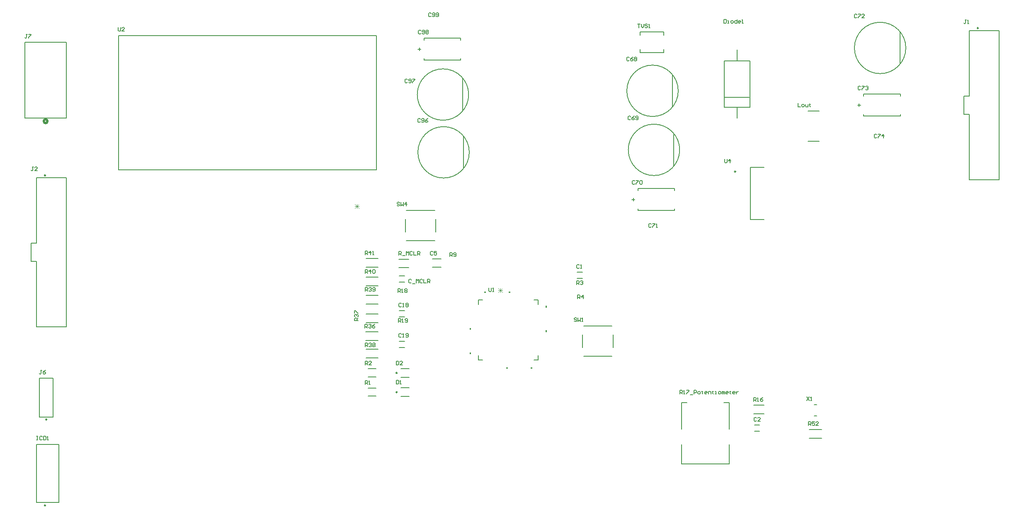
<source format=gto>
G04*
G04 #@! TF.GenerationSoftware,Altium Limited,Altium Designer,24.8.2 (39)*
G04*
G04 Layer_Color=65535*
%FSLAX44Y44*%
%MOMM*%
G71*
G04*
G04 #@! TF.SameCoordinates,4885581F-0604-4F09-9491-639391A0AD0E*
G04*
G04*
G04 #@! TF.FilePolarity,Positive*
G04*
G01*
G75*
%ADD10C,0.5080*%
%ADD11C,0.2500*%
%ADD12C,0.1500*%
%ADD13C,0.1524*%
%ADD14C,0.2000*%
%ADD15C,0.0762*%
%ADD16C,0.1778*%
G36*
X981837Y1172335D02*
X979297D01*
Y1168525D01*
X981837D01*
Y1172335D01*
D02*
G37*
G36*
X1057315Y1141857D02*
X1053505D01*
Y1139317D01*
X1057315D01*
Y1141857D01*
D02*
G37*
G36*
X981837Y1222335D02*
X979297D01*
Y1218525D01*
X981837D01*
Y1222335D01*
D02*
G37*
G36*
X1012315Y1294003D02*
X1008505D01*
Y1296543D01*
X1012315D01*
Y1294003D01*
D02*
G37*
G36*
X1107315Y1141857D02*
X1103505D01*
Y1139317D01*
X1107315D01*
Y1141857D01*
D02*
G37*
G36*
X1133983Y1217335D02*
X1136523D01*
Y1213525D01*
X1133983D01*
Y1217335D01*
D02*
G37*
G36*
X1062315Y1294003D02*
X1058505D01*
Y1296543D01*
X1062315D01*
Y1294003D01*
D02*
G37*
G36*
X1133983Y1267335D02*
X1136523D01*
Y1263525D01*
X1133983D01*
Y1267335D01*
D02*
G37*
D10*
X116840Y1644650D02*
G03*
X116840Y1644650I-3810J0D01*
G01*
D11*
X113010Y1534080D02*
G03*
X113010Y1534080I-1250J0D01*
G01*
Y859380D02*
G03*
X113010Y859380I-1250J0D01*
G01*
X115550Y1035000D02*
G03*
X115550Y1035000I-1250J0D01*
G01*
X1522350Y1541830D02*
G03*
X1522350Y1541830I-1250J0D01*
G01*
X2018010Y1835070D02*
G03*
X2018010Y1835070I-1250J0D01*
G01*
X831090Y1090930D02*
G03*
X831090Y1090930I-1250J0D01*
G01*
Y1130300D02*
G03*
X831090Y1130300I-1250J0D01*
G01*
D12*
X977060Y1699260D02*
G03*
X977060Y1699260I-52500J0D01*
G01*
X978330Y1581150D02*
G03*
X978330Y1581150I-52500J0D01*
G01*
X1869870Y1794510D02*
G03*
X1869870Y1794510I-52500J0D01*
G01*
X1407990Y1586230D02*
G03*
X1407990Y1586230I-52500J0D01*
G01*
X1405050Y1706880D02*
G03*
X1405050Y1706880I-52500J0D01*
G01*
D13*
X1119124Y1270154D02*
Y1279144D01*
X1110134Y1156716D02*
X1119124D01*
X996696D02*
Y1165706D01*
Y1270154D02*
Y1279144D01*
X1110134D02*
X1119124D01*
Y1156716D02*
Y1165706D01*
X996696Y1156716D02*
X1005686D01*
X996696Y1279144D02*
X1005686D01*
X788450Y1545340D02*
Y1819880D01*
X261910Y1545340D02*
X788450D01*
X261910D02*
Y1819880D01*
X788450D01*
X70739Y1651000D02*
X155321D01*
X70739D02*
Y1805940D01*
X155321D01*
Y1651000D02*
Y1805940D01*
X1375537Y1820316D02*
Y1827022D01*
Y1784858D02*
Y1791564D01*
X1327023Y1784858D02*
X1375537D01*
X1327023Y1820316D02*
Y1827022D01*
X1375537D01*
X1327023Y1784858D02*
Y1791564D01*
X1682402Y1065403D02*
X1688177D01*
X1682402Y1042797D02*
X1688177D01*
D14*
X155460Y1224280D02*
Y1529080D01*
X94460D02*
X155460D01*
X94460Y1395180D02*
Y1529080D01*
Y1224280D02*
Y1358180D01*
X83460D02*
Y1395180D01*
Y1358180D02*
X94460D01*
X83460Y1395180D02*
X94460D01*
Y1224280D02*
X155460D01*
X767249Y1233029D02*
X792311D01*
X767249Y1251091D02*
X792311D01*
X767249Y1160639D02*
X792311D01*
X767249Y1178701D02*
X792311D01*
X964810Y1667260D02*
Y1731260D01*
X835680Y1315820D02*
X846180D01*
X835680Y1328320D02*
X846180D01*
X767249Y1346059D02*
X792311D01*
X767249Y1364121D02*
X792311D01*
X767249Y1307959D02*
X792311D01*
X767249Y1326021D02*
X792311D01*
X767249Y1271129D02*
X792311D01*
X767249Y1289191D02*
X792311D01*
X766885Y1196199D02*
X791948D01*
X766885Y1214261D02*
X791948D01*
X94760Y865380D02*
X139760D01*
Y984380D01*
X94760D02*
X139760D01*
X94760Y865380D02*
Y984380D01*
X100600Y1039900D02*
X128000D01*
Y1119100D01*
X100600D02*
X128000D01*
X100600Y1039900D02*
Y1119100D01*
X834490Y1345320D02*
X854610D01*
X834490Y1362320D02*
X854610D01*
X966080Y1549150D02*
Y1613150D01*
X873540Y1791970D02*
X879540D01*
X876540Y1788970D02*
Y1794970D01*
X960790Y1769470D02*
Y1773220D01*
Y1810720D02*
Y1814470D01*
X885790D02*
X960790D01*
X885790Y1769470D02*
Y1773220D01*
Y1810720D02*
Y1814470D01*
Y1769470D02*
X960790D01*
X1500270Y1693850D02*
X1550270D01*
X1525270Y1768350D02*
Y1790850D01*
Y1650850D02*
Y1673350D01*
X1498770D02*
X1551770D01*
Y1768350D01*
X1498770D02*
X1551770D01*
X1498770Y1673350D02*
Y1768350D01*
X1857620Y1762510D02*
Y1826510D01*
X1669730Y1603490D02*
X1693230D01*
X1669730Y1665490D02*
X1693230D01*
X1552100Y1443830D02*
X1580600D01*
X1552100D02*
Y1550830D01*
X1580600D01*
X1771430Y1677670D02*
X1777430D01*
X1774430Y1674670D02*
Y1680670D01*
X1858680Y1655170D02*
Y1658920D01*
Y1696420D02*
Y1700170D01*
X1783680D02*
X1858680D01*
X1783680Y1655170D02*
Y1658920D01*
Y1696420D02*
Y1700170D01*
Y1655170D02*
X1858680D01*
X1310420Y1484630D02*
X1316420D01*
X1313420Y1481630D02*
Y1487630D01*
X1397670Y1462130D02*
Y1465880D01*
Y1503380D02*
Y1507130D01*
X1322670D02*
X1397670D01*
X1322670Y1462130D02*
Y1465880D01*
Y1503380D02*
Y1507130D01*
Y1462130D02*
X1397670D01*
X1395740Y1554230D02*
Y1618230D01*
X1392800Y1674880D02*
Y1738880D01*
X1999460Y1525270D02*
X2060460D01*
X1988460Y1696170D02*
X1999460D01*
X1988460Y1659170D02*
X1999460D01*
X1988460D02*
Y1696170D01*
X1999460Y1525270D02*
Y1659170D01*
Y1696170D02*
Y1830070D01*
X2060460D01*
Y1525270D02*
Y1830070D01*
X835490Y1182470D02*
X845990D01*
X835490Y1194970D02*
X845990D01*
X838590Y1082180D02*
X855590D01*
X838590Y1099680D02*
X855590D01*
X772030Y1082680D02*
X787530D01*
X772030Y1099180D02*
X787530D01*
X835680Y1244700D02*
X846180D01*
X835680Y1257200D02*
X846180D01*
X838590Y1121550D02*
X855590D01*
X838590Y1139050D02*
X855590D01*
X772030Y1122050D02*
X787530D01*
X772030Y1138550D02*
X787530D01*
X1559189Y1064370D02*
X1580251D01*
X1559189Y1046370D02*
X1580251D01*
X1509500Y1014990D02*
Y1069490D01*
X1498000D02*
X1509500D01*
X1411500Y944490D02*
Y983990D01*
Y944490D02*
X1509500D01*
Y983990D01*
X1509350Y944490D02*
X1509500Y944640D01*
X1411500Y1014990D02*
Y1069490D01*
X1423000D01*
X1560660Y1011020D02*
X1571160D01*
X1560660Y1023520D02*
X1571160D01*
X1672759Y1014871D02*
X1697821D01*
X1672759Y996809D02*
X1697821D01*
X1198710Y1335940D02*
X1209210D01*
X1198710Y1323440D02*
X1209210D01*
X1271790Y1182070D02*
Y1208070D01*
X1211790Y1164070D02*
X1269790D01*
X1209790Y1182070D02*
Y1208070D01*
X1211790Y1226070D02*
X1269790D01*
X909840Y1418290D02*
Y1444290D01*
X849840Y1400290D02*
X907840D01*
X847840Y1418290D02*
Y1444290D01*
X849840Y1462290D02*
X907840D01*
X903360Y1346590D02*
X920360D01*
X903360Y1363590D02*
X920360D01*
D15*
X1037590Y1303440D02*
X1046054Y1294976D01*
X1037590D02*
X1046054Y1303440D01*
X1037590Y1299208D02*
X1046054D01*
X1041822Y1294976D02*
Y1303440D01*
X753530Y1466430D02*
X745066Y1474894D01*
X753530D02*
X745066Y1466430D01*
X753530Y1470662D02*
X745066D01*
X749298Y1474894D02*
Y1466430D01*
D16*
X1667764Y1081021D02*
X1672842Y1073404D01*
Y1081021D02*
X1667764Y1073404D01*
X1675381D02*
X1677921D01*
X1676651D01*
Y1081021D01*
X1675381Y1079752D01*
X1499616Y1567686D02*
Y1561338D01*
X1500886Y1560068D01*
X1503425D01*
X1504694Y1561338D01*
Y1567686D01*
X1511042Y1560068D02*
Y1567686D01*
X1507233Y1563877D01*
X1512312D01*
X261620Y1836418D02*
Y1830070D01*
X262890Y1828800D01*
X265429D01*
X266698Y1830070D01*
Y1836418D01*
X274316Y1828800D02*
X269237D01*
X274316Y1833878D01*
Y1835148D01*
X273046Y1836418D01*
X270507D01*
X269237Y1835148D01*
X1018542Y1304289D02*
Y1297941D01*
X1019811Y1296671D01*
X1022350D01*
X1023620Y1297941D01*
Y1304289D01*
X1026159Y1296671D02*
X1028698D01*
X1027429D01*
Y1304289D01*
X1026159Y1303019D01*
X1321816Y1843530D02*
X1326894D01*
X1324355D01*
Y1835912D01*
X1329433Y1843530D02*
Y1838451D01*
X1331973Y1835912D01*
X1334512Y1838451D01*
Y1843530D01*
X1342129Y1842260D02*
X1340860Y1843530D01*
X1338321D01*
X1337051Y1842260D01*
Y1840990D01*
X1338321Y1839721D01*
X1340860D01*
X1342129Y1838451D01*
Y1837182D01*
X1340860Y1835912D01*
X1338321D01*
X1337051Y1837182D01*
X1344669Y1835912D02*
X1347208D01*
X1345938D01*
Y1843530D01*
X1344669Y1842260D01*
X835912Y1477770D02*
X834643Y1479039D01*
X832104D01*
X830834Y1477770D01*
Y1476500D01*
X832104Y1475231D01*
X834643D01*
X835912Y1473961D01*
Y1472692D01*
X834643Y1471422D01*
X832104D01*
X830834Y1472692D01*
X838452Y1479039D02*
Y1471422D01*
X840991Y1473961D01*
X843530Y1471422D01*
Y1479039D01*
X849878Y1471422D02*
Y1479039D01*
X846069Y1475231D01*
X851147D01*
X1197862Y1241550D02*
X1196593Y1242820D01*
X1194054D01*
X1192784Y1241550D01*
Y1240280D01*
X1194054Y1239011D01*
X1196593D01*
X1197862Y1237741D01*
Y1236472D01*
X1196593Y1235202D01*
X1194054D01*
X1192784Y1236472D01*
X1200402Y1242820D02*
Y1235202D01*
X1202941Y1237741D01*
X1205480Y1235202D01*
Y1242820D01*
X1208019Y1235202D02*
X1210558D01*
X1209289D01*
Y1242820D01*
X1208019Y1241550D01*
X834390Y1371346D02*
Y1378963D01*
X838199D01*
X839468Y1377694D01*
Y1375155D01*
X838199Y1373885D01*
X834390D01*
X836929D02*
X839468Y1371346D01*
X842008Y1370076D02*
X847086D01*
X849625Y1371346D02*
Y1378963D01*
X852164Y1376424D01*
X854703Y1378963D01*
Y1371346D01*
X862321Y1377694D02*
X861051Y1378963D01*
X858512D01*
X857243Y1377694D01*
Y1372616D01*
X858512Y1371346D01*
X861051D01*
X862321Y1372616D01*
X864860Y1378963D02*
Y1371346D01*
X869939D01*
X872478D02*
Y1378963D01*
X876286D01*
X877556Y1377694D01*
Y1375155D01*
X876286Y1373885D01*
X872478D01*
X875017D02*
X877556Y1371346D01*
X1671066Y1022604D02*
Y1030221D01*
X1674875D01*
X1676144Y1028952D01*
Y1026413D01*
X1674875Y1025143D01*
X1671066D01*
X1673605D02*
X1676144Y1022604D01*
X1683762Y1030221D02*
X1678683D01*
Y1026413D01*
X1681223Y1027682D01*
X1682492D01*
X1683762Y1026413D01*
Y1023874D01*
X1682492Y1022604D01*
X1679953D01*
X1678683Y1023874D01*
X1691379Y1022604D02*
X1686301D01*
X1691379Y1027682D01*
Y1028952D01*
X1690110Y1030221D01*
X1687571D01*
X1686301Y1028952D01*
X765556Y1371854D02*
Y1379471D01*
X769365D01*
X770634Y1378202D01*
Y1375663D01*
X769365Y1374393D01*
X765556D01*
X768095D02*
X770634Y1371854D01*
X776982D02*
Y1379471D01*
X773174Y1375663D01*
X778252D01*
X780791Y1371854D02*
X783330D01*
X782061D01*
Y1379471D01*
X780791Y1378202D01*
X765556Y1333754D02*
Y1341371D01*
X769365D01*
X770634Y1340102D01*
Y1337563D01*
X769365Y1336293D01*
X765556D01*
X768095D02*
X770634Y1333754D01*
X776982D02*
Y1341371D01*
X773174Y1337563D01*
X778252D01*
X780791Y1340102D02*
X782061Y1341371D01*
X784600D01*
X785869Y1340102D01*
Y1335024D01*
X784600Y1333754D01*
X782061D01*
X780791Y1335024D01*
Y1340102D01*
X765556Y1296924D02*
Y1304541D01*
X769365D01*
X770634Y1303272D01*
Y1300733D01*
X769365Y1299463D01*
X765556D01*
X768095D02*
X770634Y1296924D01*
X773174Y1303272D02*
X774443Y1304541D01*
X776982D01*
X778252Y1303272D01*
Y1302002D01*
X776982Y1300733D01*
X775713D01*
X776982D01*
X778252Y1299463D01*
Y1298194D01*
X776982Y1296924D01*
X774443D01*
X773174Y1298194D01*
X780791D02*
X782061Y1296924D01*
X784600D01*
X785869Y1298194D01*
Y1303272D01*
X784600Y1304541D01*
X782061D01*
X780791Y1303272D01*
Y1302002D01*
X782061Y1300733D01*
X785869D01*
X765813Y1183641D02*
Y1191259D01*
X769622D01*
X770892Y1189989D01*
Y1187450D01*
X769622Y1186180D01*
X765813D01*
X768353D02*
X770892Y1183641D01*
X773431Y1189989D02*
X774700Y1191259D01*
X777240D01*
X778509Y1189989D01*
Y1188720D01*
X777240Y1187450D01*
X775970D01*
X777240D01*
X778509Y1186180D01*
Y1184911D01*
X777240Y1183641D01*
X774700D01*
X773431Y1184911D01*
X781048Y1189989D02*
X782318Y1191259D01*
X784857D01*
X786127Y1189989D01*
Y1188720D01*
X784857Y1187450D01*
X786127Y1186180D01*
Y1184911D01*
X784857Y1183641D01*
X782318D01*
X781048Y1184911D01*
Y1186180D01*
X782318Y1187450D01*
X781048Y1188720D01*
Y1189989D01*
X782318Y1187450D02*
X784857D01*
X751839Y1236983D02*
X744221D01*
Y1240792D01*
X745491Y1242062D01*
X748030D01*
X749300Y1240792D01*
Y1236983D01*
Y1239522D02*
X751839Y1242062D01*
X745491Y1244601D02*
X744221Y1245870D01*
Y1248410D01*
X745491Y1249679D01*
X746760D01*
X748030Y1248410D01*
Y1247140D01*
Y1248410D01*
X749300Y1249679D01*
X750569D01*
X751839Y1248410D01*
Y1245870D01*
X750569Y1244601D01*
X744221Y1252218D02*
Y1257297D01*
X745491D01*
X750569Y1252218D01*
X751839D01*
X765048Y1221994D02*
Y1229612D01*
X768857D01*
X770126Y1228342D01*
Y1225803D01*
X768857Y1224533D01*
X765048D01*
X767587D02*
X770126Y1221994D01*
X772665Y1228342D02*
X773935Y1229612D01*
X776474D01*
X777744Y1228342D01*
Y1227072D01*
X776474Y1225803D01*
X775205D01*
X776474D01*
X777744Y1224533D01*
Y1223264D01*
X776474Y1221994D01*
X773935D01*
X772665Y1223264D01*
X785361Y1229612D02*
X782822Y1228342D01*
X780283Y1225803D01*
Y1223264D01*
X781553Y1221994D01*
X784092D01*
X785361Y1223264D01*
Y1224533D01*
X784092Y1225803D01*
X780283D01*
X833374Y1233678D02*
Y1241295D01*
X837183D01*
X838452Y1240026D01*
Y1237487D01*
X837183Y1236217D01*
X833374D01*
X835913D02*
X838452Y1233678D01*
X840992D02*
X843531D01*
X842261D01*
Y1241295D01*
X840992Y1240026D01*
X847339Y1234948D02*
X848609Y1233678D01*
X851148D01*
X852418Y1234948D01*
Y1240026D01*
X851148Y1241295D01*
X848609D01*
X847339Y1240026D01*
Y1238756D01*
X848609Y1237487D01*
X852418D01*
X832612Y1294638D02*
Y1302256D01*
X836421D01*
X837690Y1300986D01*
Y1298447D01*
X836421Y1297177D01*
X832612D01*
X835151D02*
X837690Y1294638D01*
X840229D02*
X842769D01*
X841499D01*
Y1302256D01*
X840229Y1300986D01*
X846578D02*
X847847Y1302256D01*
X850386D01*
X851656Y1300986D01*
Y1299716D01*
X850386Y1298447D01*
X851656Y1297177D01*
Y1295908D01*
X850386Y1294638D01*
X847847D01*
X846578Y1295908D01*
Y1297177D01*
X847847Y1298447D01*
X846578Y1299716D01*
Y1300986D01*
X847847Y1298447D02*
X850386D01*
X1408176Y1087120D02*
Y1094737D01*
X1411985D01*
X1413254Y1093468D01*
Y1090929D01*
X1411985Y1089659D01*
X1408176D01*
X1410715D02*
X1413254Y1087120D01*
X1415793D02*
X1418333D01*
X1417063D01*
Y1094737D01*
X1415793Y1093468D01*
X1422142Y1094737D02*
X1427220D01*
Y1093468D01*
X1422142Y1088390D01*
Y1087120D01*
X1429759Y1085850D02*
X1434837D01*
X1437377Y1087120D02*
Y1094737D01*
X1441185D01*
X1442455Y1093468D01*
Y1090929D01*
X1441185Y1089659D01*
X1437377D01*
X1446264Y1087120D02*
X1448803D01*
X1450072Y1088390D01*
Y1090929D01*
X1448803Y1092198D01*
X1446264D01*
X1444994Y1090929D01*
Y1088390D01*
X1446264Y1087120D01*
X1453881Y1093468D02*
Y1092198D01*
X1452612D01*
X1455151D01*
X1453881D01*
Y1088390D01*
X1455151Y1087120D01*
X1462768D02*
X1460229D01*
X1458960Y1088390D01*
Y1090929D01*
X1460229Y1092198D01*
X1462768D01*
X1464038Y1090929D01*
Y1089659D01*
X1458960D01*
X1466577Y1087120D02*
Y1092198D01*
X1470386D01*
X1471655Y1090929D01*
Y1087120D01*
X1475464Y1093468D02*
Y1092198D01*
X1474195D01*
X1476734D01*
X1475464D01*
Y1088390D01*
X1476734Y1087120D01*
X1480543D02*
X1483082D01*
X1481812D01*
Y1092198D01*
X1480543D01*
X1488160Y1087120D02*
X1490699D01*
X1491969Y1088390D01*
Y1090929D01*
X1490699Y1092198D01*
X1488160D01*
X1486891Y1090929D01*
Y1088390D01*
X1488160Y1087120D01*
X1494508D02*
Y1092198D01*
X1495778D01*
X1497047Y1090929D01*
Y1087120D01*
Y1090929D01*
X1498317Y1092198D01*
X1499586Y1090929D01*
Y1087120D01*
X1505934D02*
X1503395D01*
X1502126Y1088390D01*
Y1090929D01*
X1503395Y1092198D01*
X1505934D01*
X1507204Y1090929D01*
Y1089659D01*
X1502126D01*
X1511013Y1093468D02*
Y1092198D01*
X1509743D01*
X1512282D01*
X1511013D01*
Y1088390D01*
X1512282Y1087120D01*
X1519900D02*
X1517361D01*
X1516091Y1088390D01*
Y1090929D01*
X1517361Y1092198D01*
X1519900D01*
X1521169Y1090929D01*
Y1089659D01*
X1516091D01*
X1523709Y1092198D02*
Y1087120D01*
Y1089659D01*
X1524978Y1090929D01*
X1526248Y1092198D01*
X1527517D01*
X1559052Y1072134D02*
Y1079752D01*
X1562861D01*
X1564130Y1078482D01*
Y1075943D01*
X1562861Y1074673D01*
X1559052D01*
X1561591D02*
X1564130Y1072134D01*
X1566669D02*
X1569209D01*
X1567939D01*
Y1079752D01*
X1566669Y1078482D01*
X1578096Y1079752D02*
X1575557Y1078482D01*
X1573017Y1075943D01*
Y1073404D01*
X1574287Y1072134D01*
X1576826D01*
X1578096Y1073404D01*
Y1074673D01*
X1576826Y1075943D01*
X1573017D01*
X938784Y1368298D02*
Y1375916D01*
X942593D01*
X943862Y1374646D01*
Y1372107D01*
X942593Y1370837D01*
X938784D01*
X941323D02*
X943862Y1368298D01*
X946402Y1369568D02*
X947671Y1368298D01*
X950210D01*
X951480Y1369568D01*
Y1374646D01*
X950210Y1375916D01*
X947671D01*
X946402Y1374646D01*
Y1373376D01*
X947671Y1372107D01*
X951480D01*
X1199642Y1281938D02*
Y1289556D01*
X1203451D01*
X1204720Y1288286D01*
Y1285747D01*
X1203451Y1284477D01*
X1199642D01*
X1202181D02*
X1204720Y1281938D01*
X1211068D02*
Y1289556D01*
X1207260Y1285747D01*
X1212338D01*
X1197610Y1311148D02*
Y1318766D01*
X1201419D01*
X1202688Y1317496D01*
Y1314957D01*
X1201419Y1313687D01*
X1197610D01*
X1200149D02*
X1202688Y1311148D01*
X1205228Y1317496D02*
X1206497Y1318766D01*
X1209036D01*
X1210306Y1317496D01*
Y1316226D01*
X1209036Y1314957D01*
X1207767D01*
X1209036D01*
X1210306Y1313687D01*
Y1312418D01*
X1209036Y1311148D01*
X1206497D01*
X1205228Y1312418D01*
X765556Y1146302D02*
Y1153920D01*
X769365D01*
X770634Y1152650D01*
Y1150111D01*
X769365Y1148841D01*
X765556D01*
X768095D02*
X770634Y1146302D01*
X778252D02*
X773174D01*
X778252Y1151380D01*
Y1152650D01*
X776982Y1153920D01*
X774443D01*
X773174Y1152650D01*
X765556Y1106932D02*
Y1114549D01*
X769365D01*
X770634Y1113280D01*
Y1110741D01*
X769365Y1109471D01*
X765556D01*
X768095D02*
X770634Y1106932D01*
X773174D02*
X775713D01*
X774443D01*
Y1114549D01*
X773174Y1113280D01*
X1649730Y1681985D02*
Y1674368D01*
X1654808D01*
X1658617D02*
X1661156D01*
X1662426Y1675638D01*
Y1678177D01*
X1661156Y1679446D01*
X1658617D01*
X1657348Y1678177D01*
Y1675638D01*
X1658617Y1674368D01*
X1664965Y1679446D02*
Y1675638D01*
X1666235Y1674368D01*
X1670043D01*
Y1679446D01*
X1673852Y1680716D02*
Y1679446D01*
X1672583D01*
X1675122D01*
X1673852D01*
Y1675638D01*
X1675122Y1674368D01*
X75690Y1822448D02*
X73151D01*
X74421D01*
Y1816100D01*
X73151Y1814830D01*
X71882D01*
X70612Y1816100D01*
X78229Y1822448D02*
X83308D01*
Y1821178D01*
X78229Y1816100D01*
Y1814830D01*
X105408Y1135631D02*
X102869D01*
X104139D01*
Y1129284D01*
X102869Y1128014D01*
X101600D01*
X100330Y1129284D01*
X113026Y1135631D02*
X110487Y1134362D01*
X107948Y1131823D01*
Y1129284D01*
X109217Y1128014D01*
X111756D01*
X113026Y1129284D01*
Y1130553D01*
X111756Y1131823D01*
X107948D01*
X88390Y1551176D02*
X85851D01*
X87121D01*
Y1544828D01*
X85851Y1543558D01*
X84582D01*
X83312Y1544828D01*
X96008Y1543558D02*
X90929D01*
X96008Y1548636D01*
Y1549906D01*
X94738Y1551176D01*
X92199D01*
X90929Y1549906D01*
X1993390Y1852166D02*
X1990851D01*
X1992121D01*
Y1845818D01*
X1990851Y1844548D01*
X1989582D01*
X1988312Y1845818D01*
X1995930Y1844548D02*
X1998469D01*
X1997199D01*
Y1852166D01*
X1995930Y1850896D01*
X94488Y1000758D02*
X97027D01*
X95758D01*
Y993140D01*
X94488D01*
X97027D01*
X105914Y999488D02*
X104645Y1000758D01*
X102106D01*
X100836Y999488D01*
Y994410D01*
X102106Y993140D01*
X104645D01*
X105914Y994410D01*
X108454Y1000758D02*
Y993140D01*
X112262D01*
X113532Y994410D01*
Y999488D01*
X112262Y1000758D01*
X108454D01*
X116071Y993140D02*
X118610D01*
X117341D01*
Y1000758D01*
X116071Y999488D01*
X1498600Y1852928D02*
Y1845310D01*
X1502409D01*
X1503678Y1846580D01*
Y1851658D01*
X1502409Y1852928D01*
X1498600D01*
X1506217Y1845310D02*
X1508757D01*
X1507487D01*
Y1850388D01*
X1506217D01*
X1513835Y1845310D02*
X1516374D01*
X1517644Y1846580D01*
Y1849119D01*
X1516374Y1850388D01*
X1513835D01*
X1512565Y1849119D01*
Y1846580D01*
X1513835Y1845310D01*
X1525261Y1852928D02*
Y1845310D01*
X1521453D01*
X1520183Y1846580D01*
Y1849119D01*
X1521453Y1850388D01*
X1525261D01*
X1531609Y1845310D02*
X1529070D01*
X1527801Y1846580D01*
Y1849119D01*
X1529070Y1850388D01*
X1531609D01*
X1532879Y1849119D01*
Y1847849D01*
X1527801D01*
X1535418Y1845310D02*
X1537957D01*
X1536688D01*
Y1852928D01*
X1535418Y1851658D01*
X829056Y1154427D02*
Y1146810D01*
X832865D01*
X834134Y1148080D01*
Y1153158D01*
X832865Y1154427D01*
X829056D01*
X841752Y1146810D02*
X836674D01*
X841752Y1151888D01*
Y1153158D01*
X840482Y1154427D01*
X837943D01*
X836674Y1153158D01*
X829056Y1115058D02*
Y1107440D01*
X832865D01*
X834134Y1108710D01*
Y1113788D01*
X832865Y1115058D01*
X829056D01*
X836674Y1107440D02*
X839213D01*
X837943D01*
Y1115058D01*
X836674Y1113788D01*
X859985Y1320164D02*
X858716Y1321434D01*
X856177D01*
X854907Y1320164D01*
Y1315086D01*
X856177Y1313816D01*
X858716D01*
X859985Y1315086D01*
X862524Y1312546D02*
X867603D01*
X870142Y1313816D02*
Y1321434D01*
X872681Y1318894D01*
X875220Y1321434D01*
Y1313816D01*
X882838Y1320164D02*
X881568Y1321434D01*
X879029D01*
X877760Y1320164D01*
Y1315086D01*
X879029Y1313816D01*
X881568D01*
X882838Y1315086D01*
X885377Y1321434D02*
Y1313816D01*
X890455D01*
X892995D02*
Y1321434D01*
X896803D01*
X898073Y1320164D01*
Y1317625D01*
X896803Y1316355D01*
X892995D01*
X895534D02*
X898073Y1313816D01*
X900428Y1864866D02*
X899159Y1866136D01*
X896620D01*
X895350Y1864866D01*
Y1859788D01*
X896620Y1858518D01*
X899159D01*
X900428Y1859788D01*
X902968D02*
X904237Y1858518D01*
X906776D01*
X908046Y1859788D01*
Y1864866D01*
X906776Y1866136D01*
X904237D01*
X902968Y1864866D01*
Y1863596D01*
X904237Y1862327D01*
X908046D01*
X910585Y1859788D02*
X911855Y1858518D01*
X914394D01*
X915663Y1859788D01*
Y1864866D01*
X914394Y1866136D01*
X911855D01*
X910585Y1864866D01*
Y1863596D01*
X911855Y1862327D01*
X915663D01*
X879346Y1829560D02*
X878077Y1830829D01*
X875538D01*
X874268Y1829560D01*
Y1824482D01*
X875538Y1823212D01*
X878077D01*
X879346Y1824482D01*
X881886D02*
X883155Y1823212D01*
X885694D01*
X886964Y1824482D01*
Y1829560D01*
X885694Y1830829D01*
X883155D01*
X881886Y1829560D01*
Y1828290D01*
X883155Y1827021D01*
X886964D01*
X889503Y1829560D02*
X890773Y1830829D01*
X893312D01*
X894581Y1829560D01*
Y1828290D01*
X893312Y1827021D01*
X894581Y1825751D01*
Y1824482D01*
X893312Y1823212D01*
X890773D01*
X889503Y1824482D01*
Y1825751D01*
X890773Y1827021D01*
X889503Y1828290D01*
Y1829560D01*
X890773Y1827021D02*
X893312D01*
X852172Y1729739D02*
X850902Y1731009D01*
X848363D01*
X847093Y1729739D01*
Y1724661D01*
X848363Y1723391D01*
X850902D01*
X852172Y1724661D01*
X854711D02*
X855980Y1723391D01*
X858520D01*
X859789Y1724661D01*
Y1729739D01*
X858520Y1731009D01*
X855980D01*
X854711Y1729739D01*
Y1728470D01*
X855980Y1727200D01*
X859789D01*
X862328Y1731009D02*
X867407D01*
Y1729739D01*
X862328Y1724661D01*
Y1723391D01*
X878076Y1648966D02*
X876807Y1650235D01*
X874268D01*
X872998Y1648966D01*
Y1643888D01*
X874268Y1642618D01*
X876807D01*
X878076Y1643888D01*
X880615D02*
X881885Y1642618D01*
X884424D01*
X885694Y1643888D01*
Y1648966D01*
X884424Y1650235D01*
X881885D01*
X880615Y1648966D01*
Y1647696D01*
X881885Y1646427D01*
X885694D01*
X893311Y1650235D02*
X890772Y1648966D01*
X888233Y1646427D01*
Y1643888D01*
X889503Y1642618D01*
X892042D01*
X893311Y1643888D01*
Y1645157D01*
X892042Y1646427D01*
X888233D01*
X1810256Y1617216D02*
X1808987Y1618486D01*
X1806448D01*
X1805178Y1617216D01*
Y1612138D01*
X1806448Y1610868D01*
X1808987D01*
X1810256Y1612138D01*
X1812796Y1618486D02*
X1817874D01*
Y1617216D01*
X1812796Y1612138D01*
Y1610868D01*
X1824222D02*
Y1618486D01*
X1820413Y1614677D01*
X1825491D01*
X1777236Y1715260D02*
X1775967Y1716530D01*
X1773428D01*
X1772158Y1715260D01*
Y1710182D01*
X1773428Y1708912D01*
X1775967D01*
X1777236Y1710182D01*
X1779776Y1716530D02*
X1784854D01*
Y1715260D01*
X1779776Y1710182D01*
Y1708912D01*
X1787393Y1715260D02*
X1788663Y1716530D01*
X1791202D01*
X1792471Y1715260D01*
Y1713990D01*
X1791202Y1712721D01*
X1789932D01*
X1791202D01*
X1792471Y1711451D01*
Y1710182D01*
X1791202Y1708912D01*
X1788663D01*
X1787393Y1710182D01*
X1769616Y1862326D02*
X1768347Y1863595D01*
X1765808D01*
X1764538Y1862326D01*
Y1857248D01*
X1765808Y1855978D01*
X1768347D01*
X1769616Y1857248D01*
X1772155Y1863595D02*
X1777234D01*
Y1862326D01*
X1772155Y1857248D01*
Y1855978D01*
X1784851D02*
X1779773D01*
X1784851Y1861056D01*
Y1862326D01*
X1783582Y1863595D01*
X1781043D01*
X1779773Y1862326D01*
X1350008Y1434336D02*
X1348739Y1435605D01*
X1346200D01*
X1344930Y1434336D01*
Y1429258D01*
X1346200Y1427988D01*
X1348739D01*
X1350008Y1429258D01*
X1352547Y1435605D02*
X1357626D01*
Y1434336D01*
X1352547Y1429258D01*
Y1427988D01*
X1360165D02*
X1362704D01*
X1361435D01*
Y1435605D01*
X1360165Y1434336D01*
X1316226Y1522220D02*
X1314957Y1523490D01*
X1312418D01*
X1311148Y1522220D01*
Y1517142D01*
X1312418Y1515872D01*
X1314957D01*
X1316226Y1517142D01*
X1318766Y1523490D02*
X1323844D01*
Y1522220D01*
X1318766Y1517142D01*
Y1515872D01*
X1326383Y1522220D02*
X1327653Y1523490D01*
X1330192D01*
X1331461Y1522220D01*
Y1517142D01*
X1330192Y1515872D01*
X1327653D01*
X1326383Y1517142D01*
Y1522220D01*
X1307844Y1654046D02*
X1306575Y1655316D01*
X1304036D01*
X1302766Y1654046D01*
Y1648968D01*
X1304036Y1647698D01*
X1306575D01*
X1307844Y1648968D01*
X1315462Y1655316D02*
X1312923Y1654046D01*
X1310383Y1651507D01*
Y1648968D01*
X1311653Y1647698D01*
X1314192D01*
X1315462Y1648968D01*
Y1650237D01*
X1314192Y1651507D01*
X1310383D01*
X1318001Y1648968D02*
X1319271Y1647698D01*
X1321810D01*
X1323079Y1648968D01*
Y1654046D01*
X1321810Y1655316D01*
X1319271D01*
X1318001Y1654046D01*
Y1652776D01*
X1319271Y1651507D01*
X1323079D01*
X1304796Y1774696D02*
X1303527Y1775966D01*
X1300988D01*
X1299718Y1774696D01*
Y1769618D01*
X1300988Y1768348D01*
X1303527D01*
X1304796Y1769618D01*
X1312414Y1775966D02*
X1309875Y1774696D01*
X1307336Y1772157D01*
Y1769618D01*
X1308605Y1768348D01*
X1311144D01*
X1312414Y1769618D01*
Y1770887D01*
X1311144Y1772157D01*
X1307336D01*
X1314953Y1774696D02*
X1316223Y1775966D01*
X1318762D01*
X1320031Y1774696D01*
Y1773426D01*
X1318762Y1772157D01*
X1320031Y1770887D01*
Y1769618D01*
X1318762Y1768348D01*
X1316223D01*
X1314953Y1769618D01*
Y1770887D01*
X1316223Y1772157D01*
X1314953Y1773426D01*
Y1774696D01*
X1316223Y1772157D02*
X1318762D01*
X839722Y1209292D02*
X838453Y1210562D01*
X835914D01*
X834644Y1209292D01*
Y1204214D01*
X835914Y1202944D01*
X838453D01*
X839722Y1204214D01*
X842262Y1202944D02*
X844801D01*
X843531D01*
Y1210562D01*
X842262Y1209292D01*
X848609Y1204214D02*
X849879Y1202944D01*
X852418D01*
X853688Y1204214D01*
Y1209292D01*
X852418Y1210562D01*
X849879D01*
X848609Y1209292D01*
Y1208022D01*
X849879Y1206753D01*
X853688D01*
X839722Y1271522D02*
X838453Y1272792D01*
X835914D01*
X834644Y1271522D01*
Y1266444D01*
X835914Y1265174D01*
X838453D01*
X839722Y1266444D01*
X842262Y1265174D02*
X844801D01*
X843531D01*
Y1272792D01*
X842262Y1271522D01*
X848609D02*
X849879Y1272792D01*
X852418D01*
X853688Y1271522D01*
Y1270252D01*
X852418Y1268983D01*
X853688Y1267713D01*
Y1266444D01*
X852418Y1265174D01*
X849879D01*
X848609Y1266444D01*
Y1267713D01*
X849879Y1268983D01*
X848609Y1270252D01*
Y1271522D01*
X849879Y1268983D02*
X852418D01*
X904238Y1377694D02*
X902969Y1378963D01*
X900430D01*
X899160Y1377694D01*
Y1372616D01*
X900430Y1371346D01*
X902969D01*
X904238Y1372616D01*
X911856Y1378963D02*
X906777D01*
Y1375155D01*
X909317Y1376424D01*
X910586D01*
X911856Y1375155D01*
Y1372616D01*
X910586Y1371346D01*
X908047D01*
X906777Y1372616D01*
X1564892Y1037842D02*
X1563623Y1039111D01*
X1561084D01*
X1559814Y1037842D01*
Y1032764D01*
X1561084Y1031494D01*
X1563623D01*
X1564892Y1032764D01*
X1572510Y1031494D02*
X1567431D01*
X1572510Y1036572D01*
Y1037842D01*
X1571240Y1039111D01*
X1568701D01*
X1567431Y1037842D01*
X1202942Y1350262D02*
X1201673Y1351532D01*
X1199134D01*
X1197864Y1350262D01*
Y1345184D01*
X1199134Y1343914D01*
X1201673D01*
X1202942Y1345184D01*
X1205481Y1343914D02*
X1208021D01*
X1206751D01*
Y1351532D01*
X1205481Y1350262D01*
M02*

</source>
